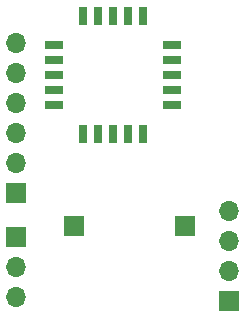
<source format=gbr>
%TF.GenerationSoftware,KiCad,Pcbnew,6.0.11-2627ca5db0~126~ubuntu22.04.1*%
%TF.CreationDate,2024-02-09T09:05:25+01:00*%
%TF.ProjectId,HB_Stamp_ATMega1284P_FUEL4EP,48425f53-7461-46d7-905f-41544d656761,1.3*%
%TF.SameCoordinates,Original*%
%TF.FileFunction,Soldermask,Bot*%
%TF.FilePolarity,Negative*%
%FSLAX46Y46*%
G04 Gerber Fmt 4.6, Leading zero omitted, Abs format (unit mm)*
G04 Created by KiCad (PCBNEW 6.0.11-2627ca5db0~126~ubuntu22.04.1) date 2024-02-09 09:05:25*
%MOMM*%
%LPD*%
G01*
G04 APERTURE LIST*
%ADD10R,1.700000X1.700000*%
%ADD11O,1.700000X1.700000*%
%ADD12R,1.500000X0.800000*%
%ADD13R,0.800000X1.500000*%
G04 APERTURE END LIST*
D10*
%TO.C,J1*%
X1778000Y7493000D03*
D11*
X1778000Y4953000D03*
X1778000Y2413000D03*
%TD*%
D10*
%TO.C,J7*%
X6731000Y8382000D03*
%TD*%
%TO.C,J4*%
X19812000Y2032000D03*
D11*
X19812000Y4572000D03*
X19812000Y7112000D03*
X19812000Y9652000D03*
%TD*%
D10*
%TO.C,J5*%
X16129000Y8382000D03*
%TD*%
D12*
%TO.C,Module1*%
X15033000Y18669000D03*
D13*
X7493000Y26209000D03*
D12*
X5033000Y18669000D03*
D13*
X7493000Y16209000D03*
D12*
X15033000Y19939000D03*
D13*
X8763000Y26209000D03*
D12*
X5033000Y19939000D03*
D13*
X8763000Y16209000D03*
D12*
X15033000Y21209000D03*
D13*
X10033000Y26209000D03*
D12*
X5033000Y21209000D03*
D13*
X10033000Y16209000D03*
D12*
X15033000Y22479000D03*
D13*
X11303000Y26209000D03*
D12*
X5033000Y22479000D03*
D13*
X11303000Y16209000D03*
D12*
X15033000Y23749000D03*
D13*
X12573000Y26209000D03*
D12*
X5033000Y23749000D03*
D13*
X12573000Y16209000D03*
%TD*%
D10*
%TO.C,J3*%
X1778000Y11176000D03*
D11*
X1778000Y13716000D03*
X1778000Y16256000D03*
X1778000Y18796000D03*
X1778000Y21336000D03*
X1778000Y23876000D03*
%TD*%
M02*

</source>
